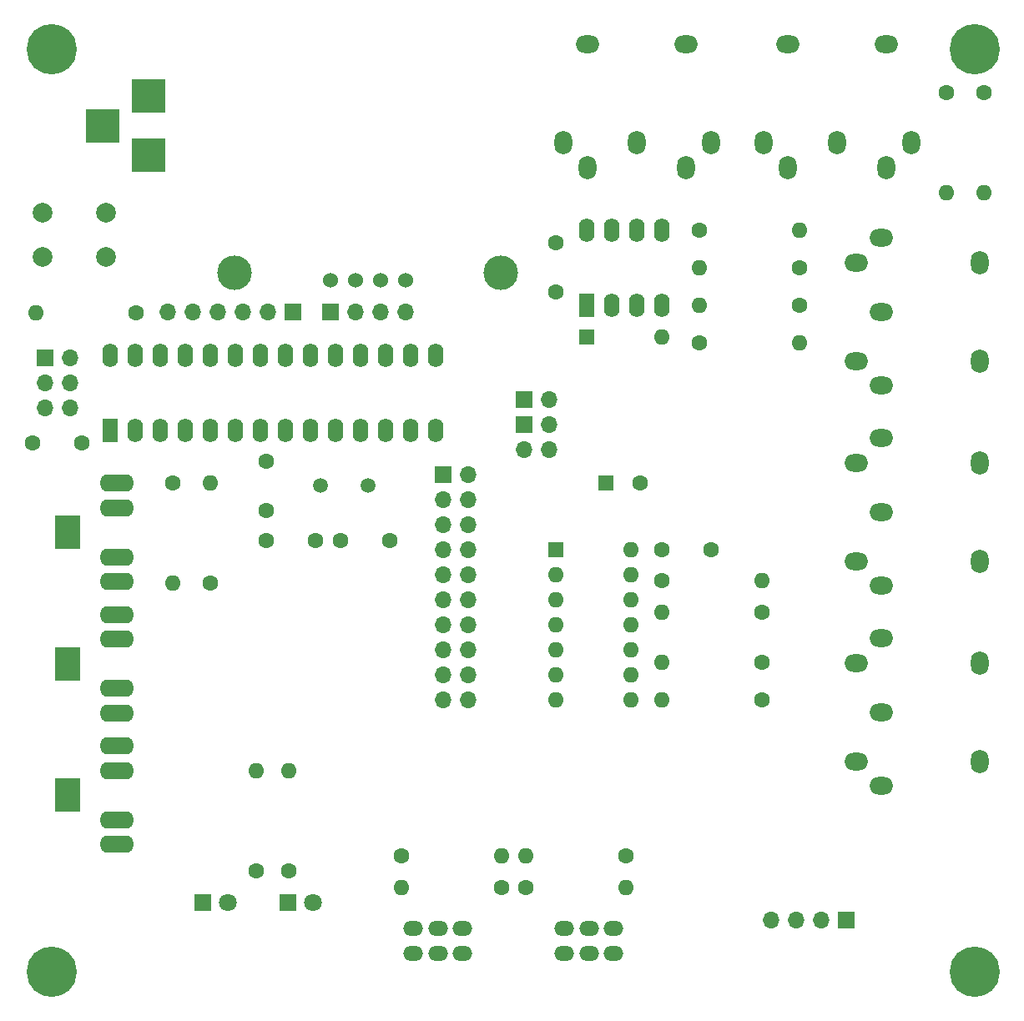
<source format=gbs>
G04 #@! TF.GenerationSoftware,KiCad,Pcbnew,(5.1.8)-1*
G04 #@! TF.CreationDate,2022-02-18T23:45:39+01:00*
G04 #@! TF.ProjectId,BulkyMIDI-32 Extras,42756c6b-794d-4494-9449-2d3332204578,rev?*
G04 #@! TF.SameCoordinates,Original*
G04 #@! TF.FileFunction,Soldermask,Bot*
G04 #@! TF.FilePolarity,Negative*
%FSLAX46Y46*%
G04 Gerber Fmt 4.6, Leading zero omitted, Abs format (unit mm)*
G04 Created by KiCad (PCBNEW (5.1.8)-1) date 2022-02-18 23:45:39*
%MOMM*%
%LPD*%
G01*
G04 APERTURE LIST*
%ADD10C,1.500000*%
%ADD11C,1.600000*%
%ADD12C,3.500000*%
%ADD13C,1.524000*%
%ADD14O,2.000000X1.524000*%
%ADD15O,1.800000X2.400000*%
%ADD16O,2.400000X1.800000*%
%ADD17C,5.100000*%
%ADD18R,3.500000X3.500000*%
%ADD19R,1.600000X1.600000*%
%ADD20O,1.600000X1.600000*%
%ADD21R,1.700000X1.700000*%
%ADD22O,1.700000X1.700000*%
%ADD23R,2.500000X3.500000*%
%ADD24O,3.500000X1.750000*%
%ADD25R,1.800000X1.800000*%
%ADD26C,1.800000*%
%ADD27C,2.000000*%
%ADD28R,1.600000X2.400000*%
%ADD29O,1.600000X2.400000*%
G04 APERTURE END LIST*
D10*
X100584000Y-102108000D03*
X105464000Y-102108000D03*
D11*
X135255000Y-108585000D03*
X140255000Y-108585000D03*
D12*
X118910000Y-80518000D03*
X91910000Y-80518000D03*
D13*
X109220000Y-81280000D03*
X106680000Y-81280000D03*
X104140000Y-81280000D03*
X101600000Y-81280000D03*
D14*
X130338000Y-149566000D03*
X127838000Y-149566000D03*
X125338000Y-149566000D03*
X130338000Y-147066000D03*
X127838000Y-147066000D03*
X125338000Y-147066000D03*
X115022000Y-149566000D03*
X112522000Y-149566000D03*
X110022000Y-149566000D03*
X115022000Y-147066000D03*
X112522000Y-147066000D03*
X110022000Y-147066000D03*
D15*
X132715000Y-67310000D03*
D16*
X127715000Y-57310000D03*
X137715000Y-57310000D03*
D15*
X125215000Y-67310000D03*
X140215000Y-67310000D03*
X127715000Y-69810000D03*
X137715000Y-69810000D03*
X153035000Y-67310000D03*
D16*
X148035000Y-57310000D03*
X158035000Y-57310000D03*
D15*
X145535000Y-67310000D03*
X160535000Y-67310000D03*
X148035000Y-69810000D03*
X158035000Y-69810000D03*
D17*
X73355000Y-151435000D03*
X167005000Y-57785000D03*
X73355000Y-57785000D03*
D18*
X78485000Y-65580000D03*
X83185000Y-62580000D03*
X83185000Y-68580000D03*
D19*
X129540000Y-101854000D03*
D11*
X133040000Y-101854000D03*
X167894000Y-62230000D03*
D20*
X167894000Y-72390000D03*
D21*
X113030000Y-100965000D03*
D22*
X115570000Y-100965000D03*
X113030000Y-103505000D03*
X115570000Y-103505000D03*
X113030000Y-106045000D03*
X115570000Y-106045000D03*
X113030000Y-108585000D03*
X115570000Y-108585000D03*
X113030000Y-111125000D03*
X115570000Y-111125000D03*
X113030000Y-113665000D03*
X115570000Y-113665000D03*
X113030000Y-116205000D03*
X115570000Y-116205000D03*
X113030000Y-118745000D03*
X115570000Y-118745000D03*
X113030000Y-121285000D03*
X115570000Y-121285000D03*
X113030000Y-123825000D03*
X115570000Y-123825000D03*
D16*
X157480000Y-84471000D03*
D15*
X167480000Y-79471000D03*
X167480000Y-89471000D03*
D16*
X157480000Y-76971000D03*
X157480000Y-91971000D03*
X154980000Y-79471000D03*
X154980000Y-89471000D03*
X154980000Y-109791000D03*
X154980000Y-99791000D03*
X157480000Y-112291000D03*
X157480000Y-97291000D03*
D15*
X167480000Y-109791000D03*
X167480000Y-99791000D03*
D16*
X157480000Y-104791000D03*
X154980000Y-130111000D03*
X154980000Y-120111000D03*
X157480000Y-132611000D03*
X157480000Y-117611000D03*
D15*
X167480000Y-130111000D03*
X167480000Y-120111000D03*
D16*
X157480000Y-125111000D03*
D11*
X149225000Y-80010000D03*
D20*
X139065000Y-80010000D03*
X135255000Y-114935000D03*
D11*
X145415000Y-114935000D03*
D20*
X94107000Y-131064000D03*
D11*
X94107000Y-141224000D03*
X97409000Y-141224000D03*
D20*
X97409000Y-131064000D03*
X135255000Y-123825000D03*
D11*
X145415000Y-123825000D03*
X118999000Y-142875000D03*
D20*
X108839000Y-142875000D03*
D11*
X108839000Y-139700000D03*
D20*
X118999000Y-139700000D03*
X131572000Y-142875000D03*
D11*
X121412000Y-142875000D03*
D20*
X121412000Y-139700000D03*
D11*
X131572000Y-139700000D03*
X85598000Y-101848999D03*
D20*
X85598000Y-112008999D03*
X89408000Y-101854000D03*
D11*
X89408000Y-112014000D03*
X145415000Y-120015000D03*
D20*
X135255000Y-120015000D03*
D11*
X164084000Y-62230000D03*
D20*
X164084000Y-72390000D03*
X149225000Y-87630000D03*
D11*
X139065000Y-87630000D03*
X135255000Y-111760000D03*
D20*
X145415000Y-111760000D03*
X132080000Y-108585000D03*
X124460000Y-123825000D03*
X132080000Y-111125000D03*
X124460000Y-121285000D03*
X132080000Y-113665000D03*
X124460000Y-118745000D03*
X132080000Y-116205000D03*
X124460000Y-116205000D03*
X132080000Y-118745000D03*
X124460000Y-113665000D03*
X132080000Y-121285000D03*
X124460000Y-111125000D03*
X132080000Y-123825000D03*
D19*
X124460000Y-108585000D03*
D23*
X74933001Y-133528999D03*
D24*
X79939001Y-128528999D03*
X79939001Y-138528999D03*
X79939001Y-131028999D03*
X79939001Y-136028999D03*
X79939001Y-122688999D03*
X79939001Y-117688999D03*
X79939001Y-125188999D03*
X79939001Y-115188999D03*
D23*
X74933001Y-120188999D03*
X74933001Y-106848999D03*
D24*
X79939001Y-101848999D03*
X79939001Y-111848999D03*
X79939001Y-104348999D03*
X79939001Y-109348999D03*
D25*
X88646000Y-144399000D03*
D26*
X91186000Y-144399000D03*
X99822000Y-144399000D03*
D25*
X97282000Y-144399000D03*
D22*
X146304000Y-146177000D03*
X148844000Y-146177000D03*
X151384000Y-146177000D03*
D21*
X153924000Y-146177000D03*
D11*
X95097600Y-104648000D03*
X95097600Y-99648000D03*
X100076000Y-107696000D03*
X95076000Y-107696000D03*
X107616000Y-107696000D03*
X102616000Y-107696000D03*
X76374000Y-97790000D03*
X71374000Y-97790000D03*
D19*
X127635000Y-86995000D03*
D20*
X135255000Y-86995000D03*
D21*
X97790000Y-84455000D03*
D22*
X95250000Y-84455000D03*
X92710000Y-84455000D03*
X90170000Y-84455000D03*
X87630000Y-84455000D03*
X85090000Y-84455000D03*
D21*
X72644000Y-89154000D03*
D22*
X75184000Y-89154000D03*
X72644000Y-91694000D03*
X75184000Y-91694000D03*
X72644000Y-94234000D03*
X75184000Y-94234000D03*
D21*
X121285000Y-93345000D03*
D22*
X123825000Y-93345000D03*
D21*
X121285000Y-95885000D03*
D22*
X123825000Y-95885000D03*
X121285000Y-98425000D03*
X123825000Y-98425000D03*
D21*
X101600000Y-84455000D03*
D22*
X104140000Y-84455000D03*
X106680000Y-84455000D03*
X109220000Y-84455000D03*
D17*
X167005000Y-151435000D03*
D11*
X81915000Y-84582000D03*
D20*
X71755000Y-84582000D03*
D11*
X139065000Y-76200000D03*
D20*
X149225000Y-76200000D03*
X139065000Y-83820000D03*
D11*
X149225000Y-83820000D03*
D27*
X72390000Y-78922000D03*
X72390000Y-74422000D03*
X78890000Y-78922000D03*
X78890000Y-74422000D03*
D28*
X79248000Y-96520000D03*
D29*
X112268000Y-88900000D03*
X81788000Y-96520000D03*
X109728000Y-88900000D03*
X84328000Y-96520000D03*
X107188000Y-88900000D03*
X86868000Y-96520000D03*
X104648000Y-88900000D03*
X89408000Y-96520000D03*
X102108000Y-88900000D03*
X91948000Y-96520000D03*
X99568000Y-88900000D03*
X94488000Y-96520000D03*
X97028000Y-88900000D03*
X97028000Y-96520000D03*
X94488000Y-88900000D03*
X99568000Y-96520000D03*
X91948000Y-88900000D03*
X102108000Y-96520000D03*
X89408000Y-88900000D03*
X104648000Y-96520000D03*
X86868000Y-88900000D03*
X107188000Y-96520000D03*
X84328000Y-88900000D03*
X109728000Y-96520000D03*
X81788000Y-88900000D03*
X112268000Y-96520000D03*
X79248000Y-88900000D03*
D28*
X127635000Y-83820000D03*
D29*
X135255000Y-76200000D03*
X130175000Y-83820000D03*
X132715000Y-76200000D03*
X132715000Y-83820000D03*
X130175000Y-76200000D03*
X135255000Y-83820000D03*
X127635000Y-76200000D03*
D11*
X124460000Y-77470000D03*
X124460000Y-82470000D03*
M02*

</source>
